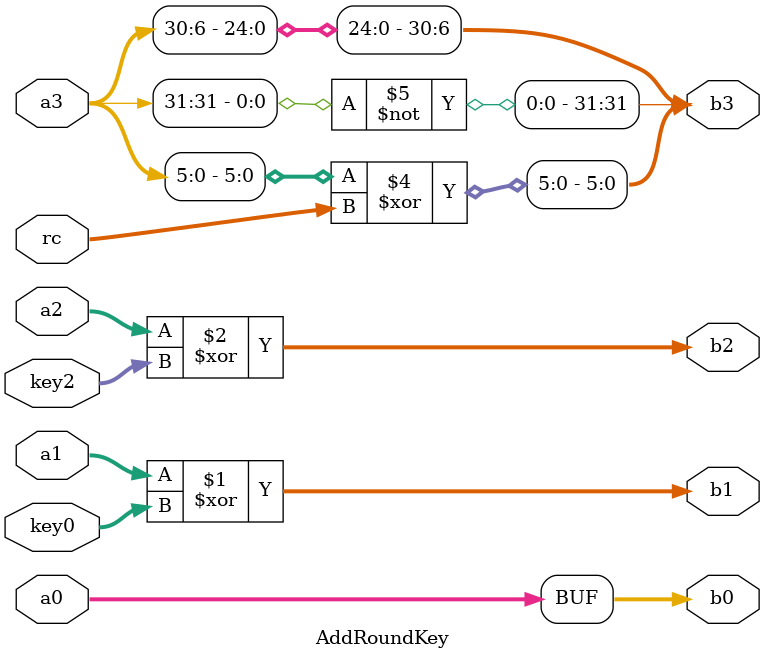
<source format=v>

module AddRoundKey(a0,a1,a2,a3,
                   key0,
                   key2,
                   rc,
                   b0,b1,b2,b3);

input [31:0] a0,a1,a2,a3;
input [31:0] key0;
input [31:0] key2;
input [5:0]  rc;
output[31:0] b0,b1,b2,b3;

assign b0 = a0;
assign b1 = a1 ^ key0;
assign b2 = a2 ^ key2;

assign b3[31]   = a3[31] ^ 1'b1;
assign b3[30:6] = a3[30:6];
assign b3[5:0]  = a3[5:0] ^ rc;

endmodule
</source>
